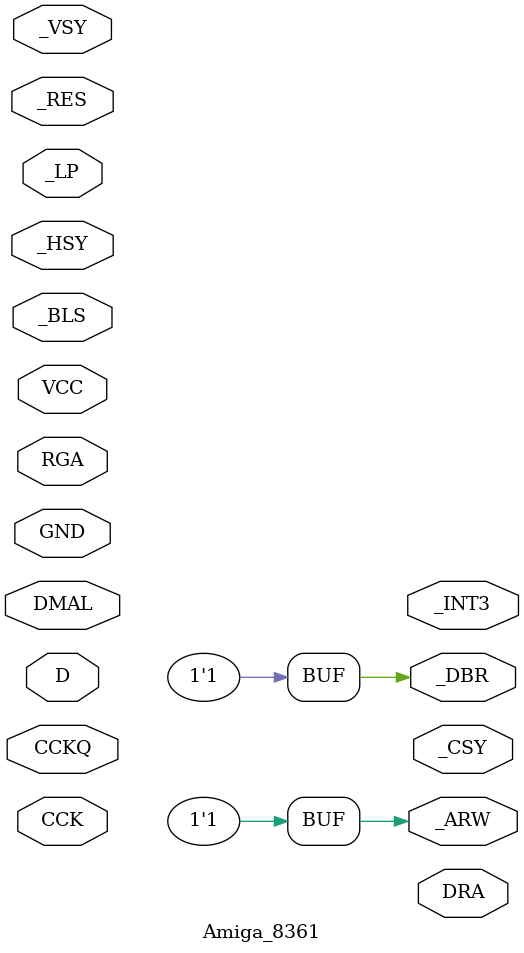
<source format=v>
/*
 * Copyright (C) 2010, Jason S. McMullan. All rights reserved.
 * Author: Jason S. McMullan <jason.mcmullan@gmail.com>
 *
 * This program is free software; you can redistribute it and/or
 * modify it under the terms of the GNU General Public License
 * as published by the Free Software Foundation; either version 2
 * of the License, or (at your option) any later version.
 *
 * This program is distributed in the hope that it will be useful,
 * but WITHOUT ANY WARRANTY; without even the implied warranty of
 * MERCHANTABILITY or FITNESS FOR A PARTICULAR PURPOSE.  See the
 * GNU General Public License for more details.
 *
 * You should have received a copy of the GNU General Public License
 * along with this program; if not, write to the Free Software
 * Foundation, Inc., 51 Franklin Street, Fifth Floor,
 * Boston, MA 02110-1301, USA.
 *
 */

/* Aka 'Agnus' */
module Amiga_8361 (
	inout [15:0] D,
	input VCC,
	input _RES,
	output _INT3,
	input DMAL,
	input _BLS,
	output _DBR,
	output _ARW,
	inout [7:0] RGA,
	input CCK,
	input CCKQ,
	input GND,
	output [7:0] DRA,
	input _LP,
	inout _VSY,
	output _CSY,
	inout _HSY
);

initial
	$display("TODO: Agnus");

assign _DBR = 1'b1;
assign _ARW = 1'b1;

endmodule	

</source>
